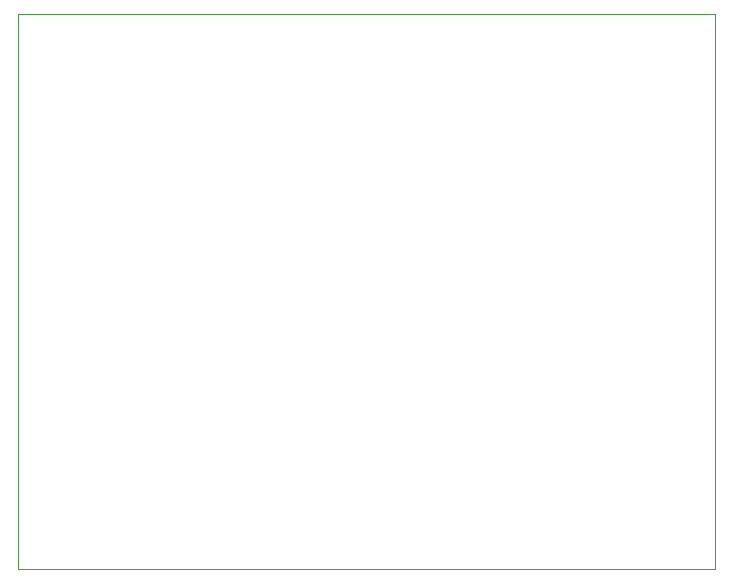
<source format=gbr>
%TF.GenerationSoftware,KiCad,Pcbnew,7.0.5-0*%
%TF.CreationDate,2023-10-21T17:04:42+08:00*%
%TF.ProjectId,Energy,456e6572-6779-42e6-9b69-6361645f7063,rev?*%
%TF.SameCoordinates,Original*%
%TF.FileFunction,Profile,NP*%
%FSLAX46Y46*%
G04 Gerber Fmt 4.6, Leading zero omitted, Abs format (unit mm)*
G04 Created by KiCad (PCBNEW 7.0.5-0) date 2023-10-21 17:04:42*
%MOMM*%
%LPD*%
G01*
G04 APERTURE LIST*
%TA.AperFunction,Profile*%
%ADD10C,0.100000*%
%TD*%
G04 APERTURE END LIST*
D10*
X106000000Y-35500000D02*
X165000000Y-35500000D01*
X165000000Y-82500000D01*
X106000000Y-82500000D01*
X106000000Y-35500000D01*
M02*

</source>
